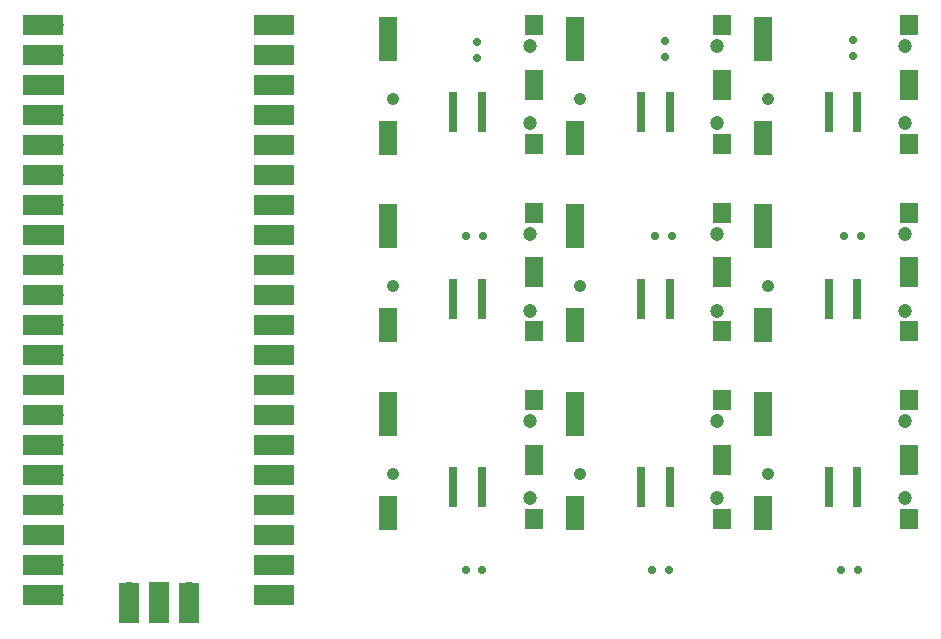
<source format=gbr>
%TF.GenerationSoftware,KiCad,Pcbnew,8.0.7*%
%TF.CreationDate,2025-01-01T06:24:58-05:00*%
%TF.ProjectId,kicad_macropad,6b696361-645f-46d6-9163-726f7061642e,rev?*%
%TF.SameCoordinates,Original*%
%TF.FileFunction,Soldermask,Top*%
%TF.FilePolarity,Negative*%
%FSLAX46Y46*%
G04 Gerber Fmt 4.6, Leading zero omitted, Abs format (unit mm)*
G04 Created by KiCad (PCBNEW 8.0.7) date 2025-01-01 06:24:58*
%MOMM*%
%LPD*%
G01*
G04 APERTURE LIST*
G04 Aperture macros list*
%AMRoundRect*
0 Rectangle with rounded corners*
0 $1 Rounding radius*
0 $2 $3 $4 $5 $6 $7 $8 $9 X,Y pos of 4 corners*
0 Add a 4 corners polygon primitive as box body*
4,1,4,$2,$3,$4,$5,$6,$7,$8,$9,$2,$3,0*
0 Add four circle primitives for the rounded corners*
1,1,$1+$1,$2,$3*
1,1,$1+$1,$4,$5*
1,1,$1+$1,$6,$7*
1,1,$1+$1,$8,$9*
0 Add four rect primitives between the rounded corners*
20,1,$1+$1,$2,$3,$4,$5,0*
20,1,$1+$1,$4,$5,$6,$7,0*
20,1,$1+$1,$6,$7,$8,$9,0*
20,1,$1+$1,$8,$9,$2,$3,0*%
G04 Aperture macros list end*
%ADD10C,1.050000*%
%ADD11C,1.200000*%
%ADD12R,0.700000X3.400000*%
%ADD13R,1.600000X3.800000*%
%ADD14R,1.600000X3.000000*%
%ADD15R,1.600000X1.800000*%
%ADD16R,1.600000X2.600000*%
%ADD17RoundRect,0.150000X0.200000X-0.150000X0.200000X0.150000X-0.200000X0.150000X-0.200000X-0.150000X0*%
%ADD18RoundRect,0.150000X0.150000X0.200000X-0.150000X0.200000X-0.150000X-0.200000X0.150000X-0.200000X0*%
%ADD19O,1.700000X1.700000*%
%ADD20R,3.500000X1.700000*%
%ADD21R,1.700000X1.700000*%
%ADD22R,1.700000X3.500000*%
G04 APERTURE END LIST*
D10*
%TO.C,S9*%
X141660000Y-132175000D03*
D11*
X153260000Y-127715000D03*
X153260000Y-134235000D03*
D12*
X146810000Y-133275000D03*
X149260000Y-133275000D03*
D13*
X141260000Y-127075000D03*
D14*
X141260000Y-135475000D03*
D15*
X153660000Y-125950000D03*
D16*
X153660000Y-130975000D03*
D15*
X153660000Y-136000000D03*
%TD*%
D10*
%TO.C,S8*%
X125780000Y-132175000D03*
D11*
X137380000Y-127715000D03*
X137380000Y-134235000D03*
D12*
X130930000Y-133275000D03*
X133380000Y-133275000D03*
D13*
X125380000Y-127075000D03*
D14*
X125380000Y-135475000D03*
D15*
X137780000Y-125950000D03*
D16*
X137780000Y-130975000D03*
D15*
X137780000Y-136000000D03*
%TD*%
D17*
%TO.C,D1*%
X117050000Y-95575000D03*
X117050000Y-96975000D03*
%TD*%
D10*
%TO.C,S1*%
X109900000Y-100415000D03*
D11*
X121500000Y-95955000D03*
X121500000Y-102475000D03*
D12*
X115050000Y-101515000D03*
X117500000Y-101515000D03*
D13*
X109500000Y-95315000D03*
D14*
X109500000Y-103715000D03*
D15*
X121900000Y-94190000D03*
D16*
X121900000Y-99215000D03*
D15*
X121900000Y-104240000D03*
%TD*%
D18*
%TO.C,D7*%
X116100000Y-140315000D03*
X117500000Y-140315000D03*
%TD*%
D10*
%TO.C,S6*%
X141660000Y-116295000D03*
D11*
X153260000Y-111835000D03*
X153260000Y-118355000D03*
D12*
X146810000Y-117395000D03*
X149260000Y-117395000D03*
D13*
X141260000Y-111195000D03*
D14*
X141260000Y-119595000D03*
D15*
X153660000Y-110070000D03*
D16*
X153660000Y-115095000D03*
D15*
X153660000Y-120120000D03*
%TD*%
D18*
%TO.C,D9*%
X147900000Y-140315000D03*
X149300000Y-140315000D03*
%TD*%
D10*
%TO.C,S3*%
X141660000Y-100415000D03*
D11*
X153260000Y-95955000D03*
X153260000Y-102475000D03*
D12*
X146810000Y-101515000D03*
X149260000Y-101515000D03*
D13*
X141260000Y-95315000D03*
D14*
X141260000Y-103715000D03*
D15*
X153660000Y-94190000D03*
D16*
X153660000Y-99215000D03*
D15*
X153660000Y-104240000D03*
%TD*%
D18*
%TO.C,D4*%
X116150000Y-112015000D03*
X117550000Y-112015000D03*
%TD*%
%TO.C,D6*%
X148150000Y-112015000D03*
X149550000Y-112015000D03*
%TD*%
%TO.C,D8*%
X131900000Y-140315000D03*
X133300000Y-140315000D03*
%TD*%
%TO.C,D5*%
X132150000Y-112015000D03*
X133550000Y-112015000D03*
%TD*%
D10*
%TO.C,S5*%
X125780000Y-116295000D03*
D11*
X137380000Y-111835000D03*
X137380000Y-118355000D03*
D12*
X130930000Y-117395000D03*
X133380000Y-117395000D03*
D13*
X125380000Y-111195000D03*
D14*
X125380000Y-119595000D03*
D15*
X137780000Y-110070000D03*
D16*
X137780000Y-115095000D03*
D15*
X137780000Y-120120000D03*
%TD*%
D10*
%TO.C,S4*%
X109900000Y-116295000D03*
D11*
X121500000Y-111835000D03*
X121500000Y-118355000D03*
D12*
X115050000Y-117395000D03*
X117500000Y-117395000D03*
D13*
X109500000Y-111195000D03*
D14*
X109500000Y-119595000D03*
D15*
X121900000Y-110070000D03*
D16*
X121900000Y-115095000D03*
D15*
X121900000Y-120120000D03*
%TD*%
D19*
%TO.C,U1*%
X81210000Y-94185000D03*
D20*
X80310000Y-94185000D03*
D19*
X81210000Y-96725000D03*
D20*
X80310000Y-96725000D03*
D21*
X81210000Y-99265000D03*
D20*
X80310000Y-99265000D03*
D19*
X81210000Y-101805000D03*
D20*
X80310000Y-101805000D03*
D19*
X81210000Y-104345000D03*
D20*
X80310000Y-104345000D03*
D19*
X81210000Y-106885000D03*
D20*
X80310000Y-106885000D03*
D19*
X81210000Y-109425000D03*
D20*
X80310000Y-109425000D03*
D21*
X81210000Y-111965000D03*
D20*
X80310000Y-111965000D03*
D19*
X81210000Y-114505000D03*
D20*
X80310000Y-114505000D03*
D19*
X81210000Y-117045000D03*
D20*
X80310000Y-117045000D03*
D19*
X81210000Y-119585000D03*
D20*
X80310000Y-119585000D03*
D19*
X81210000Y-122125000D03*
D20*
X80310000Y-122125000D03*
D21*
X81210000Y-124665000D03*
D20*
X80310000Y-124665000D03*
D19*
X81210000Y-127205000D03*
D20*
X80310000Y-127205000D03*
D19*
X81210000Y-129745000D03*
D20*
X80310000Y-129745000D03*
D19*
X81210000Y-132285000D03*
D20*
X80310000Y-132285000D03*
D19*
X81210000Y-134825000D03*
D20*
X80310000Y-134825000D03*
D21*
X81210000Y-137365000D03*
D20*
X80310000Y-137365000D03*
D19*
X81210000Y-139905000D03*
D20*
X80310000Y-139905000D03*
D19*
X81210000Y-142445000D03*
D20*
X80310000Y-142445000D03*
D19*
X98990000Y-142445000D03*
D20*
X99890000Y-142445000D03*
D19*
X98990000Y-139905000D03*
D20*
X99890000Y-139905000D03*
D21*
X98990000Y-137365000D03*
D20*
X99890000Y-137365000D03*
D19*
X98990000Y-134825000D03*
D20*
X99890000Y-134825000D03*
D19*
X98990000Y-132285000D03*
D20*
X99890000Y-132285000D03*
D19*
X98990000Y-129745000D03*
D20*
X99890000Y-129745000D03*
D19*
X98990000Y-127205000D03*
D20*
X99890000Y-127205000D03*
D21*
X98990000Y-124665000D03*
D20*
X99890000Y-124665000D03*
D19*
X98990000Y-122125000D03*
D20*
X99890000Y-122125000D03*
D19*
X98990000Y-119585000D03*
D20*
X99890000Y-119585000D03*
D19*
X98990000Y-117045000D03*
D20*
X99890000Y-117045000D03*
D19*
X98990000Y-114505000D03*
D20*
X99890000Y-114505000D03*
D21*
X98990000Y-111965000D03*
D20*
X99890000Y-111965000D03*
D19*
X98990000Y-109425000D03*
D20*
X99890000Y-109425000D03*
D19*
X98990000Y-106885000D03*
D20*
X99890000Y-106885000D03*
D19*
X98990000Y-104345000D03*
D20*
X99890000Y-104345000D03*
D19*
X98990000Y-101805000D03*
D20*
X99890000Y-101805000D03*
D21*
X98990000Y-99265000D03*
D20*
X99890000Y-99265000D03*
D19*
X98990000Y-96725000D03*
D20*
X99890000Y-96725000D03*
D19*
X98990000Y-94185000D03*
D20*
X99890000Y-94185000D03*
D19*
X87560000Y-142215000D03*
D22*
X87560000Y-143115000D03*
D21*
X90100000Y-142215000D03*
D22*
X90100000Y-143115000D03*
D19*
X92640000Y-142215000D03*
D22*
X92640000Y-143115000D03*
%TD*%
D10*
%TO.C,S7*%
X109900000Y-132175000D03*
D11*
X121500000Y-127715000D03*
X121500000Y-134235000D03*
D12*
X115050000Y-133275000D03*
X117500000Y-133275000D03*
D13*
X109500000Y-127075000D03*
D14*
X109500000Y-135475000D03*
D15*
X121900000Y-125950000D03*
D16*
X121900000Y-130975000D03*
D15*
X121900000Y-136000000D03*
%TD*%
D17*
%TO.C,D3*%
X148850000Y-95432500D03*
X148850000Y-96832500D03*
%TD*%
%TO.C,D2*%
X132930000Y-95485000D03*
X132930000Y-96885000D03*
%TD*%
D10*
%TO.C,S2*%
X125780000Y-100415000D03*
D11*
X137380000Y-95955000D03*
X137380000Y-102475000D03*
D12*
X130930000Y-101515000D03*
X133380000Y-101515000D03*
D13*
X125380000Y-95315000D03*
D14*
X125380000Y-103715000D03*
D15*
X137780000Y-94190000D03*
D16*
X137780000Y-99215000D03*
D15*
X137780000Y-104240000D03*
%TD*%
M02*

</source>
